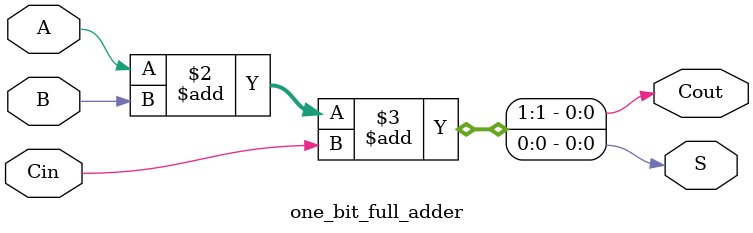
<source format=v>
module one_bit_full_adder(A, B, Cin, S, Cout);
    input  A, B, Cin;
    output reg S, Cout;

    always @(*) begin
        // In behavioral modeling, we can simply use addition
        {Cout, S} = A + B + Cin;
    end
endmodule

</source>
